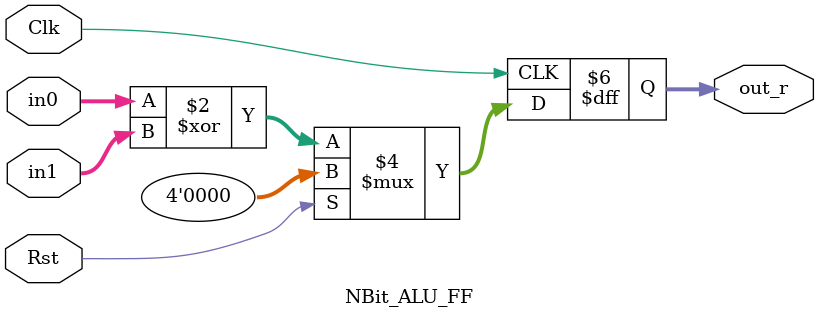
<source format=v>
module NBit_ALU_FF(in0, in1, out_r, Clk, Rst);

parameter N = 4;
parameter OPCODE = 3;
input [N-1:0] in0, in1;
input Clk, Rst;
output reg [N-1:0] out_r;

always @(posedge Clk) begin
    if(Rst)begin
        out_r <= 1'b0;
    end
    else begin
    
        case(OPCODE)
        2'b01   : out_r <= in0 | in1;
        2'b10   : out_r <= in0 - in1;
        2'b11   : out_r <= in0 ^ in1;
        default : out_r <= in0 + in1;  //As OP code defaults to zero
        endcase
    end
end
endmodule
</source>
